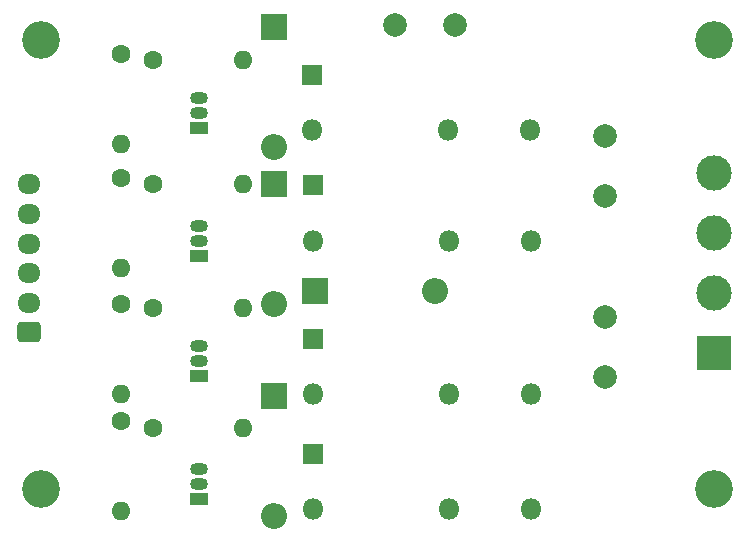
<source format=gts>
G04 #@! TF.GenerationSoftware,KiCad,Pcbnew,8.0.2-8.0.2-0~ubuntu22.04.1*
G04 #@! TF.CreationDate,2024-05-09T21:57:35-07:00*
G04 #@! TF.ProjectId,pifire-relay-module,70696669-7265-42d7-9265-6c61792d6d6f,rev?*
G04 #@! TF.SameCoordinates,Original*
G04 #@! TF.FileFunction,Soldermask,Top*
G04 #@! TF.FilePolarity,Negative*
%FSLAX46Y46*%
G04 Gerber Fmt 4.6, Leading zero omitted, Abs format (unit mm)*
G04 Created by KiCad (PCBNEW 8.0.2-8.0.2-0~ubuntu22.04.1) date 2024-05-09 21:57:35*
%MOMM*%
%LPD*%
G01*
G04 APERTURE LIST*
G04 Aperture macros list*
%AMRoundRect*
0 Rectangle with rounded corners*
0 $1 Rounding radius*
0 $2 $3 $4 $5 $6 $7 $8 $9 X,Y pos of 4 corners*
0 Add a 4 corners polygon primitive as box body*
4,1,4,$2,$3,$4,$5,$6,$7,$8,$9,$2,$3,0*
0 Add four circle primitives for the rounded corners*
1,1,$1+$1,$2,$3*
1,1,$1+$1,$4,$5*
1,1,$1+$1,$6,$7*
1,1,$1+$1,$8,$9*
0 Add four rect primitives between the rounded corners*
20,1,$1+$1,$2,$3,$4,$5,0*
20,1,$1+$1,$4,$5,$6,$7,0*
20,1,$1+$1,$6,$7,$8,$9,0*
20,1,$1+$1,$8,$9,$2,$3,0*%
G04 Aperture macros list end*
%ADD10O,1.800000X1.800000*%
%ADD11R,1.800000X1.800000*%
%ADD12R,2.200000X2.200000*%
%ADD13O,2.200000X2.200000*%
%ADD14C,1.600000*%
%ADD15O,1.600000X1.600000*%
%ADD16C,3.200000*%
%ADD17R,1.500000X1.050000*%
%ADD18O,1.500000X1.050000*%
%ADD19C,2.000000*%
%ADD20RoundRect,0.250000X0.725000X-0.600000X0.725000X0.600000X-0.725000X0.600000X-0.725000X-0.600000X0*%
%ADD21O,1.950000X1.700000*%
%ADD22R,3.000000X3.000000*%
%ADD23C,3.000000*%
G04 APERTURE END LIST*
D10*
X63500000Y-59000000D03*
X70500000Y-59000000D03*
D11*
X52000000Y-54300000D03*
D10*
X52000000Y-59000000D03*
D12*
X48750000Y-27920000D03*
D13*
X48750000Y-38080000D03*
D14*
X38440000Y-61832500D03*
D15*
X46060000Y-61832500D03*
D16*
X86000000Y-29000000D03*
D17*
X42332500Y-67852500D03*
D18*
X42332500Y-66582500D03*
X42332500Y-65312500D03*
D14*
X38440000Y-41250000D03*
D15*
X46060000Y-41250000D03*
D19*
X76740000Y-57580000D03*
X76750000Y-52500000D03*
D14*
X38440000Y-30750000D03*
D15*
X46060000Y-30750000D03*
D12*
X52170000Y-50250000D03*
D13*
X62330000Y-50250000D03*
D10*
X63500000Y-68750000D03*
X70500000Y-68750000D03*
D11*
X52000000Y-64050000D03*
D10*
X52000000Y-68750000D03*
X63500000Y-46000000D03*
X70500000Y-46000000D03*
D11*
X52000000Y-41300000D03*
D10*
X52000000Y-46000000D03*
D14*
X38440000Y-51750000D03*
D15*
X46060000Y-51750000D03*
D14*
X35750000Y-51380000D03*
D15*
X35750000Y-59000000D03*
D12*
X48750000Y-59170000D03*
D13*
X48750000Y-69330000D03*
D20*
X28000000Y-53750000D03*
D21*
X28000000Y-51250000D03*
X28000000Y-48750000D03*
X28000000Y-46250000D03*
X28000000Y-43750000D03*
X28000000Y-41250000D03*
D16*
X86000000Y-67000000D03*
D12*
X48750000Y-41170000D03*
D13*
X48750000Y-51330000D03*
D19*
X64040000Y-27750000D03*
X58960000Y-27740000D03*
D14*
X35750000Y-30190000D03*
D15*
X35750000Y-37810000D03*
D22*
X86000000Y-55500000D03*
D23*
X86000000Y-50420000D03*
X86000000Y-45340000D03*
X86000000Y-40260000D03*
D10*
X63417500Y-36667500D03*
X70417500Y-36667500D03*
D11*
X51917500Y-31967500D03*
D10*
X51917500Y-36667500D03*
D14*
X35750000Y-61272500D03*
D15*
X35750000Y-68892500D03*
D17*
X42332500Y-57500000D03*
D18*
X42332500Y-56230000D03*
X42332500Y-54960000D03*
D17*
X42332500Y-36500000D03*
D18*
X42332500Y-35230000D03*
X42332500Y-33960000D03*
D16*
X29000000Y-29000000D03*
D14*
X35750000Y-40690000D03*
D15*
X35750000Y-48310000D03*
D19*
X76750000Y-42250000D03*
X76760000Y-37170000D03*
D17*
X42332500Y-47290000D03*
D18*
X42332500Y-46020000D03*
X42332500Y-44750000D03*
D16*
X29000000Y-67000000D03*
M02*

</source>
